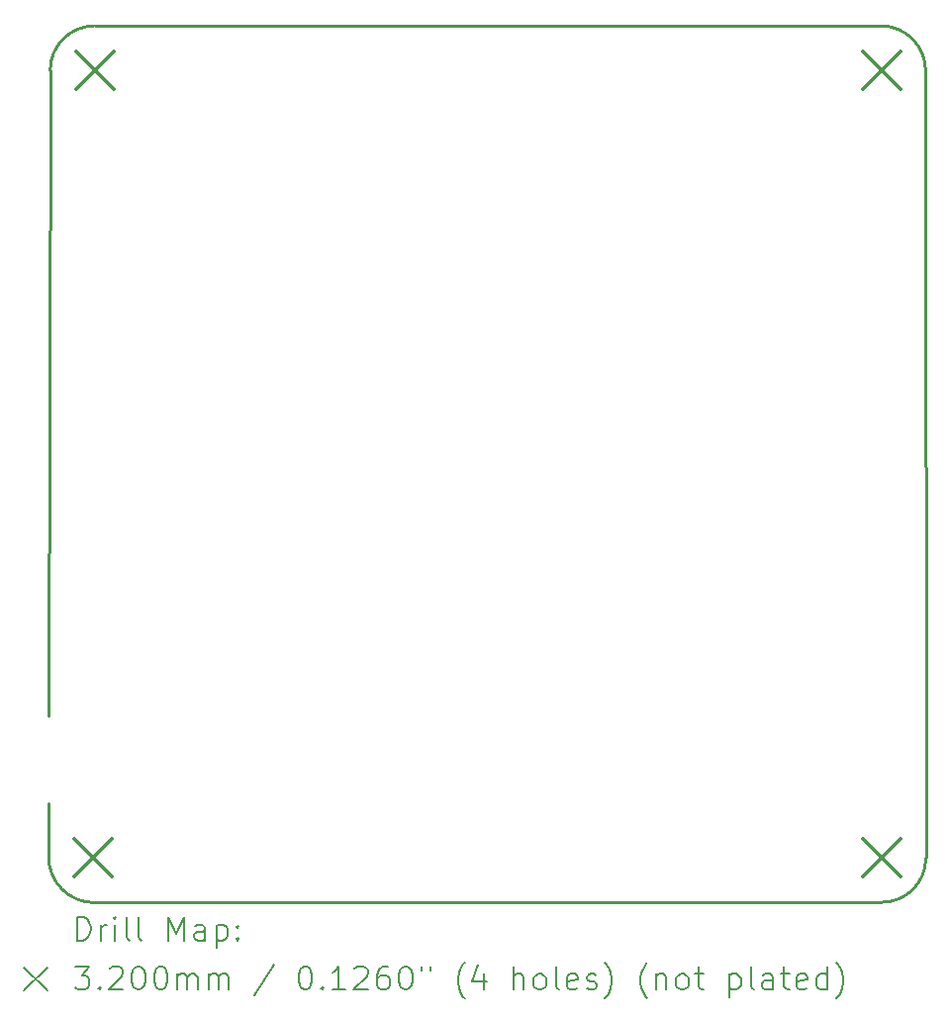
<source format=gbr>
%TF.GenerationSoftware,KiCad,Pcbnew,(6.0.7)*%
%TF.CreationDate,2022-11-10T16:48:49-05:00*%
%TF.ProjectId,_HW_HandyRadio_,5f48575f-4861-46e6-9479-526164696f5f,rev?*%
%TF.SameCoordinates,Original*%
%TF.FileFunction,Drillmap*%
%TF.FilePolarity,Positive*%
%FSLAX45Y45*%
G04 Gerber Fmt 4.5, Leading zero omitted, Abs format (unit mm)*
G04 Created by KiCad (PCBNEW (6.0.7)) date 2022-11-10 16:48:49*
%MOMM*%
%LPD*%
G01*
G04 APERTURE LIST*
%ADD10C,0.254000*%
%ADD11C,0.200000*%
%ADD12C,0.320000*%
G04 APERTURE END LIST*
D10*
X25783720Y-17657518D02*
X25781298Y-10923600D01*
X25410289Y-18034822D02*
X18670045Y-18038140D01*
X18672729Y-10542701D02*
G75*
G03*
X18291700Y-10922853I-769J-380259D01*
G01*
X18278885Y-17646977D02*
X18280980Y-17190030D01*
X25781295Y-10923600D02*
G75*
G03*
X25403700Y-10542600I-380965J50D01*
G01*
X18278890Y-17646977D02*
G75*
G03*
X18670045Y-18038140I390480J-683D01*
G01*
X25410289Y-18034820D02*
G75*
G03*
X25783720Y-17657518I-949J374390D01*
G01*
X18280980Y-16440030D02*
X18291700Y-10922853D01*
X18672729Y-10542708D02*
X25403700Y-10542600D01*
D11*
D12*
X18500853Y-17493747D02*
X18820853Y-17813747D01*
X18820853Y-17493747D02*
X18500853Y-17813747D01*
X18512700Y-10762000D02*
X18832700Y-11082000D01*
X18832700Y-10762000D02*
X18512700Y-11082000D01*
X25244553Y-10762747D02*
X25564553Y-11082747D01*
X25564553Y-10762747D02*
X25244553Y-11082747D01*
X25244553Y-17493747D02*
X25564553Y-17813747D01*
X25564553Y-17493747D02*
X25244553Y-17813747D01*
D11*
X18523804Y-18361317D02*
X18523804Y-18161317D01*
X18571423Y-18161317D01*
X18599995Y-18170841D01*
X18619042Y-18189888D01*
X18628566Y-18208936D01*
X18638090Y-18247031D01*
X18638090Y-18275603D01*
X18628566Y-18313698D01*
X18619042Y-18332745D01*
X18599995Y-18351793D01*
X18571423Y-18361317D01*
X18523804Y-18361317D01*
X18723804Y-18361317D02*
X18723804Y-18227983D01*
X18723804Y-18266079D02*
X18733328Y-18247031D01*
X18742852Y-18237507D01*
X18761899Y-18227983D01*
X18780947Y-18227983D01*
X18847614Y-18361317D02*
X18847614Y-18227983D01*
X18847614Y-18161317D02*
X18838090Y-18170841D01*
X18847614Y-18180364D01*
X18857138Y-18170841D01*
X18847614Y-18161317D01*
X18847614Y-18180364D01*
X18971423Y-18361317D02*
X18952376Y-18351793D01*
X18942852Y-18332745D01*
X18942852Y-18161317D01*
X19076185Y-18361317D02*
X19057138Y-18351793D01*
X19047614Y-18332745D01*
X19047614Y-18161317D01*
X19304757Y-18361317D02*
X19304757Y-18161317D01*
X19371423Y-18304174D01*
X19438090Y-18161317D01*
X19438090Y-18361317D01*
X19619042Y-18361317D02*
X19619042Y-18256555D01*
X19609519Y-18237507D01*
X19590471Y-18227983D01*
X19552376Y-18227983D01*
X19533328Y-18237507D01*
X19619042Y-18351793D02*
X19599995Y-18361317D01*
X19552376Y-18361317D01*
X19533328Y-18351793D01*
X19523804Y-18332745D01*
X19523804Y-18313698D01*
X19533328Y-18294650D01*
X19552376Y-18285126D01*
X19599995Y-18285126D01*
X19619042Y-18275603D01*
X19714280Y-18227983D02*
X19714280Y-18427983D01*
X19714280Y-18237507D02*
X19733328Y-18227983D01*
X19771423Y-18227983D01*
X19790471Y-18237507D01*
X19799995Y-18247031D01*
X19809519Y-18266079D01*
X19809519Y-18323222D01*
X19799995Y-18342269D01*
X19790471Y-18351793D01*
X19771423Y-18361317D01*
X19733328Y-18361317D01*
X19714280Y-18351793D01*
X19895233Y-18342269D02*
X19904757Y-18351793D01*
X19895233Y-18361317D01*
X19885709Y-18351793D01*
X19895233Y-18342269D01*
X19895233Y-18361317D01*
X19895233Y-18237507D02*
X19904757Y-18247031D01*
X19895233Y-18256555D01*
X19885709Y-18247031D01*
X19895233Y-18237507D01*
X19895233Y-18256555D01*
X18066185Y-18590841D02*
X18266185Y-18790841D01*
X18266185Y-18590841D02*
X18066185Y-18790841D01*
X18504757Y-18581317D02*
X18628566Y-18581317D01*
X18561899Y-18657507D01*
X18590471Y-18657507D01*
X18609519Y-18667031D01*
X18619042Y-18676555D01*
X18628566Y-18695603D01*
X18628566Y-18743222D01*
X18619042Y-18762269D01*
X18609519Y-18771793D01*
X18590471Y-18781317D01*
X18533328Y-18781317D01*
X18514280Y-18771793D01*
X18504757Y-18762269D01*
X18714280Y-18762269D02*
X18723804Y-18771793D01*
X18714280Y-18781317D01*
X18704757Y-18771793D01*
X18714280Y-18762269D01*
X18714280Y-18781317D01*
X18799995Y-18600364D02*
X18809519Y-18590841D01*
X18828566Y-18581317D01*
X18876185Y-18581317D01*
X18895233Y-18590841D01*
X18904757Y-18600364D01*
X18914280Y-18619412D01*
X18914280Y-18638460D01*
X18904757Y-18667031D01*
X18790471Y-18781317D01*
X18914280Y-18781317D01*
X19038090Y-18581317D02*
X19057138Y-18581317D01*
X19076185Y-18590841D01*
X19085709Y-18600364D01*
X19095233Y-18619412D01*
X19104757Y-18657507D01*
X19104757Y-18705126D01*
X19095233Y-18743222D01*
X19085709Y-18762269D01*
X19076185Y-18771793D01*
X19057138Y-18781317D01*
X19038090Y-18781317D01*
X19019042Y-18771793D01*
X19009519Y-18762269D01*
X18999995Y-18743222D01*
X18990471Y-18705126D01*
X18990471Y-18657507D01*
X18999995Y-18619412D01*
X19009519Y-18600364D01*
X19019042Y-18590841D01*
X19038090Y-18581317D01*
X19228566Y-18581317D02*
X19247614Y-18581317D01*
X19266661Y-18590841D01*
X19276185Y-18600364D01*
X19285709Y-18619412D01*
X19295233Y-18657507D01*
X19295233Y-18705126D01*
X19285709Y-18743222D01*
X19276185Y-18762269D01*
X19266661Y-18771793D01*
X19247614Y-18781317D01*
X19228566Y-18781317D01*
X19209519Y-18771793D01*
X19199995Y-18762269D01*
X19190471Y-18743222D01*
X19180947Y-18705126D01*
X19180947Y-18657507D01*
X19190471Y-18619412D01*
X19199995Y-18600364D01*
X19209519Y-18590841D01*
X19228566Y-18581317D01*
X19380947Y-18781317D02*
X19380947Y-18647983D01*
X19380947Y-18667031D02*
X19390471Y-18657507D01*
X19409519Y-18647983D01*
X19438090Y-18647983D01*
X19457138Y-18657507D01*
X19466661Y-18676555D01*
X19466661Y-18781317D01*
X19466661Y-18676555D02*
X19476185Y-18657507D01*
X19495233Y-18647983D01*
X19523804Y-18647983D01*
X19542852Y-18657507D01*
X19552376Y-18676555D01*
X19552376Y-18781317D01*
X19647614Y-18781317D02*
X19647614Y-18647983D01*
X19647614Y-18667031D02*
X19657138Y-18657507D01*
X19676185Y-18647983D01*
X19704757Y-18647983D01*
X19723804Y-18657507D01*
X19733328Y-18676555D01*
X19733328Y-18781317D01*
X19733328Y-18676555D02*
X19742852Y-18657507D01*
X19761899Y-18647983D01*
X19790471Y-18647983D01*
X19809519Y-18657507D01*
X19819042Y-18676555D01*
X19819042Y-18781317D01*
X20209519Y-18571793D02*
X20038090Y-18828936D01*
X20466661Y-18581317D02*
X20485709Y-18581317D01*
X20504757Y-18590841D01*
X20514280Y-18600364D01*
X20523804Y-18619412D01*
X20533328Y-18657507D01*
X20533328Y-18705126D01*
X20523804Y-18743222D01*
X20514280Y-18762269D01*
X20504757Y-18771793D01*
X20485709Y-18781317D01*
X20466661Y-18781317D01*
X20447614Y-18771793D01*
X20438090Y-18762269D01*
X20428566Y-18743222D01*
X20419042Y-18705126D01*
X20419042Y-18657507D01*
X20428566Y-18619412D01*
X20438090Y-18600364D01*
X20447614Y-18590841D01*
X20466661Y-18581317D01*
X20619042Y-18762269D02*
X20628566Y-18771793D01*
X20619042Y-18781317D01*
X20609519Y-18771793D01*
X20619042Y-18762269D01*
X20619042Y-18781317D01*
X20819042Y-18781317D02*
X20704757Y-18781317D01*
X20761899Y-18781317D02*
X20761899Y-18581317D01*
X20742852Y-18609888D01*
X20723804Y-18628936D01*
X20704757Y-18638460D01*
X20895233Y-18600364D02*
X20904757Y-18590841D01*
X20923804Y-18581317D01*
X20971423Y-18581317D01*
X20990471Y-18590841D01*
X20999995Y-18600364D01*
X21009519Y-18619412D01*
X21009519Y-18638460D01*
X20999995Y-18667031D01*
X20885709Y-18781317D01*
X21009519Y-18781317D01*
X21180947Y-18581317D02*
X21142852Y-18581317D01*
X21123804Y-18590841D01*
X21114280Y-18600364D01*
X21095233Y-18628936D01*
X21085709Y-18667031D01*
X21085709Y-18743222D01*
X21095233Y-18762269D01*
X21104757Y-18771793D01*
X21123804Y-18781317D01*
X21161899Y-18781317D01*
X21180947Y-18771793D01*
X21190471Y-18762269D01*
X21199995Y-18743222D01*
X21199995Y-18695603D01*
X21190471Y-18676555D01*
X21180947Y-18667031D01*
X21161899Y-18657507D01*
X21123804Y-18657507D01*
X21104757Y-18667031D01*
X21095233Y-18676555D01*
X21085709Y-18695603D01*
X21323804Y-18581317D02*
X21342852Y-18581317D01*
X21361899Y-18590841D01*
X21371423Y-18600364D01*
X21380947Y-18619412D01*
X21390471Y-18657507D01*
X21390471Y-18705126D01*
X21380947Y-18743222D01*
X21371423Y-18762269D01*
X21361899Y-18771793D01*
X21342852Y-18781317D01*
X21323804Y-18781317D01*
X21304757Y-18771793D01*
X21295233Y-18762269D01*
X21285709Y-18743222D01*
X21276185Y-18705126D01*
X21276185Y-18657507D01*
X21285709Y-18619412D01*
X21295233Y-18600364D01*
X21304757Y-18590841D01*
X21323804Y-18581317D01*
X21466661Y-18581317D02*
X21466661Y-18619412D01*
X21542852Y-18581317D02*
X21542852Y-18619412D01*
X21838090Y-18857507D02*
X21828566Y-18847983D01*
X21809519Y-18819412D01*
X21799995Y-18800364D01*
X21790471Y-18771793D01*
X21780947Y-18724174D01*
X21780947Y-18686079D01*
X21790471Y-18638460D01*
X21799995Y-18609888D01*
X21809519Y-18590841D01*
X21828566Y-18562269D01*
X21838090Y-18552745D01*
X21999995Y-18647983D02*
X21999995Y-18781317D01*
X21952376Y-18571793D02*
X21904757Y-18714650D01*
X22028566Y-18714650D01*
X22257138Y-18781317D02*
X22257138Y-18581317D01*
X22342852Y-18781317D02*
X22342852Y-18676555D01*
X22333328Y-18657507D01*
X22314280Y-18647983D01*
X22285709Y-18647983D01*
X22266661Y-18657507D01*
X22257138Y-18667031D01*
X22466661Y-18781317D02*
X22447614Y-18771793D01*
X22438090Y-18762269D01*
X22428566Y-18743222D01*
X22428566Y-18686079D01*
X22438090Y-18667031D01*
X22447614Y-18657507D01*
X22466661Y-18647983D01*
X22495233Y-18647983D01*
X22514280Y-18657507D01*
X22523804Y-18667031D01*
X22533328Y-18686079D01*
X22533328Y-18743222D01*
X22523804Y-18762269D01*
X22514280Y-18771793D01*
X22495233Y-18781317D01*
X22466661Y-18781317D01*
X22647614Y-18781317D02*
X22628566Y-18771793D01*
X22619042Y-18752745D01*
X22619042Y-18581317D01*
X22799995Y-18771793D02*
X22780947Y-18781317D01*
X22742852Y-18781317D01*
X22723804Y-18771793D01*
X22714280Y-18752745D01*
X22714280Y-18676555D01*
X22723804Y-18657507D01*
X22742852Y-18647983D01*
X22780947Y-18647983D01*
X22799995Y-18657507D01*
X22809518Y-18676555D01*
X22809518Y-18695603D01*
X22714280Y-18714650D01*
X22885709Y-18771793D02*
X22904757Y-18781317D01*
X22942852Y-18781317D01*
X22961899Y-18771793D01*
X22971423Y-18752745D01*
X22971423Y-18743222D01*
X22961899Y-18724174D01*
X22942852Y-18714650D01*
X22914280Y-18714650D01*
X22895233Y-18705126D01*
X22885709Y-18686079D01*
X22885709Y-18676555D01*
X22895233Y-18657507D01*
X22914280Y-18647983D01*
X22942852Y-18647983D01*
X22961899Y-18657507D01*
X23038090Y-18857507D02*
X23047614Y-18847983D01*
X23066661Y-18819412D01*
X23076185Y-18800364D01*
X23085709Y-18771793D01*
X23095233Y-18724174D01*
X23095233Y-18686079D01*
X23085709Y-18638460D01*
X23076185Y-18609888D01*
X23066661Y-18590841D01*
X23047614Y-18562269D01*
X23038090Y-18552745D01*
X23399995Y-18857507D02*
X23390471Y-18847983D01*
X23371423Y-18819412D01*
X23361899Y-18800364D01*
X23352376Y-18771793D01*
X23342852Y-18724174D01*
X23342852Y-18686079D01*
X23352376Y-18638460D01*
X23361899Y-18609888D01*
X23371423Y-18590841D01*
X23390471Y-18562269D01*
X23399995Y-18552745D01*
X23476185Y-18647983D02*
X23476185Y-18781317D01*
X23476185Y-18667031D02*
X23485709Y-18657507D01*
X23504757Y-18647983D01*
X23533328Y-18647983D01*
X23552376Y-18657507D01*
X23561899Y-18676555D01*
X23561899Y-18781317D01*
X23685709Y-18781317D02*
X23666661Y-18771793D01*
X23657137Y-18762269D01*
X23647614Y-18743222D01*
X23647614Y-18686079D01*
X23657137Y-18667031D01*
X23666661Y-18657507D01*
X23685709Y-18647983D01*
X23714280Y-18647983D01*
X23733328Y-18657507D01*
X23742852Y-18667031D01*
X23752376Y-18686079D01*
X23752376Y-18743222D01*
X23742852Y-18762269D01*
X23733328Y-18771793D01*
X23714280Y-18781317D01*
X23685709Y-18781317D01*
X23809518Y-18647983D02*
X23885709Y-18647983D01*
X23838090Y-18581317D02*
X23838090Y-18752745D01*
X23847614Y-18771793D01*
X23866661Y-18781317D01*
X23885709Y-18781317D01*
X24104757Y-18647983D02*
X24104757Y-18847983D01*
X24104757Y-18657507D02*
X24123804Y-18647983D01*
X24161899Y-18647983D01*
X24180947Y-18657507D01*
X24190471Y-18667031D01*
X24199995Y-18686079D01*
X24199995Y-18743222D01*
X24190471Y-18762269D01*
X24180947Y-18771793D01*
X24161899Y-18781317D01*
X24123804Y-18781317D01*
X24104757Y-18771793D01*
X24314280Y-18781317D02*
X24295233Y-18771793D01*
X24285709Y-18752745D01*
X24285709Y-18581317D01*
X24476185Y-18781317D02*
X24476185Y-18676555D01*
X24466661Y-18657507D01*
X24447614Y-18647983D01*
X24409518Y-18647983D01*
X24390471Y-18657507D01*
X24476185Y-18771793D02*
X24457137Y-18781317D01*
X24409518Y-18781317D01*
X24390471Y-18771793D01*
X24380947Y-18752745D01*
X24380947Y-18733698D01*
X24390471Y-18714650D01*
X24409518Y-18705126D01*
X24457137Y-18705126D01*
X24476185Y-18695603D01*
X24542852Y-18647983D02*
X24619042Y-18647983D01*
X24571423Y-18581317D02*
X24571423Y-18752745D01*
X24580947Y-18771793D01*
X24599995Y-18781317D01*
X24619042Y-18781317D01*
X24761899Y-18771793D02*
X24742852Y-18781317D01*
X24704757Y-18781317D01*
X24685709Y-18771793D01*
X24676185Y-18752745D01*
X24676185Y-18676555D01*
X24685709Y-18657507D01*
X24704757Y-18647983D01*
X24742852Y-18647983D01*
X24761899Y-18657507D01*
X24771423Y-18676555D01*
X24771423Y-18695603D01*
X24676185Y-18714650D01*
X24942852Y-18781317D02*
X24942852Y-18581317D01*
X24942852Y-18771793D02*
X24923804Y-18781317D01*
X24885709Y-18781317D01*
X24866661Y-18771793D01*
X24857137Y-18762269D01*
X24847614Y-18743222D01*
X24847614Y-18686079D01*
X24857137Y-18667031D01*
X24866661Y-18657507D01*
X24885709Y-18647983D01*
X24923804Y-18647983D01*
X24942852Y-18657507D01*
X25019042Y-18857507D02*
X25028566Y-18847983D01*
X25047614Y-18819412D01*
X25057137Y-18800364D01*
X25066661Y-18771793D01*
X25076185Y-18724174D01*
X25076185Y-18686079D01*
X25066661Y-18638460D01*
X25057137Y-18609888D01*
X25047614Y-18590841D01*
X25028566Y-18562269D01*
X25019042Y-18552745D01*
M02*

</source>
